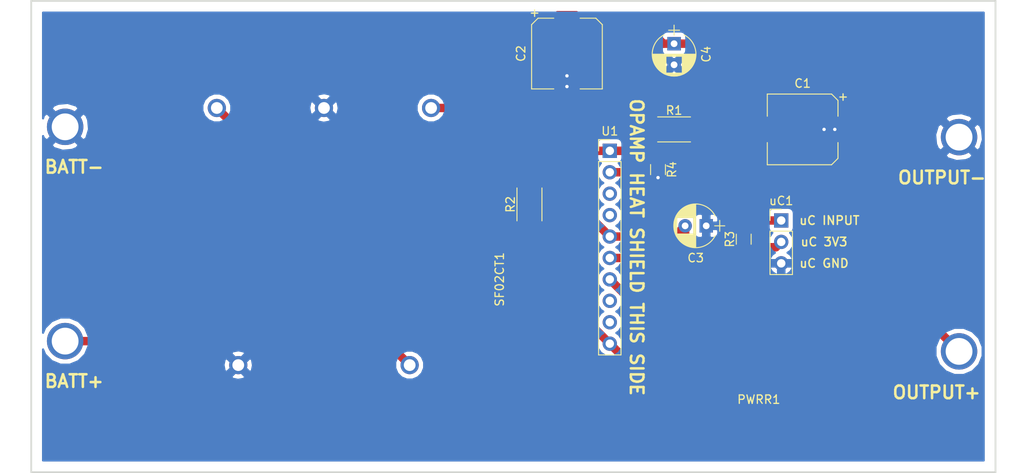
<source format=kicad_pcb>
(kicad_pcb (version 20171130) (host pcbnew "(5.0.0)")

  (general
    (thickness 1.6)
    (drawings 13)
    (tracks 65)
    (zones 0)
    (modules 14)
    (nets 15)
  )

  (page A4)
  (layers
    (0 F.Cu signal)
    (31 B.Cu signal)
    (32 B.Adhes user)
    (33 F.Adhes user)
    (34 B.Paste user)
    (35 F.Paste user)
    (36 B.SilkS user)
    (37 F.SilkS user)
    (38 B.Mask user)
    (39 F.Mask user)
    (40 Dwgs.User user)
    (41 Cmts.User user)
    (42 Eco1.User user)
    (43 Eco2.User user)
    (44 Edge.Cuts user)
    (45 Margin user)
    (46 B.CrtYd user)
    (47 F.CrtYd user)
    (48 B.Fab user)
    (49 F.Fab user)
  )

  (setup
    (last_trace_width 1)
    (user_trace_width 0.75)
    (user_trace_width 1)
    (trace_clearance 0.2)
    (zone_clearance 0.508)
    (zone_45_only no)
    (trace_min 0.2)
    (segment_width 0.2)
    (edge_width 0.15)
    (via_size 0.8)
    (via_drill 0.4)
    (via_min_size 0.4)
    (via_min_drill 0.3)
    (uvia_size 0.3)
    (uvia_drill 0.1)
    (uvias_allowed no)
    (uvia_min_size 0.2)
    (uvia_min_drill 0.1)
    (pcb_text_width 0.3)
    (pcb_text_size 1.5 1.5)
    (mod_edge_width 0.15)
    (mod_text_size 1 1)
    (mod_text_width 0.15)
    (pad_size 1.524 1.524)
    (pad_drill 0.762)
    (pad_to_mask_clearance 0.2)
    (aux_axis_origin 0 0)
    (visible_elements FFFFFF7F)
    (pcbplotparams
      (layerselection 0x010f0_ffffffff)
      (usegerberextensions false)
      (usegerberattributes true)
      (usegerberadvancedattributes false)
      (creategerberjobfile false)
      (excludeedgelayer true)
      (linewidth 0.100000)
      (plotframeref false)
      (viasonmask false)
      (mode 1)
      (useauxorigin false)
      (hpglpennumber 1)
      (hpglpenspeed 20)
      (hpglpendiameter 15.000000)
      (psnegative false)
      (psa4output false)
      (plotreference true)
      (plotvalue true)
      (plotinvisibletext false)
      (padsonsilk false)
      (subtractmaskfromsilk false)
      (outputformat 1)
      (mirror false)
      (drillshape 0)
      (scaleselection 1)
      (outputdirectory ""))
  )

  (net 0 "")
  (net 1 +IN)
  (net 2 GND)
  (net 3 -SUPPLY)
  (net 4 +SUPPLY)
  (net 5 OUT)
  (net 6 "Net-(PWRR1-Pad1)")
  (net 7 uC_IN)
  (net 8 "Net-(R1-Pad1)")
  (net 9 "Net-(R3-Pad2)")
  (net 10 uC_3V3)
  (net 11 "Net-(U1-Pad3)")
  (net 12 "Net-(U1-Pad4)")
  (net 13 "Net-(U1-Pad8)")
  (net 14 "Net-(U1-Pad9)")

  (net_class Default "This is the default net class."
    (clearance 0.2)
    (trace_width 0.25)
    (via_dia 0.8)
    (via_drill 0.4)
    (uvia_dia 0.3)
    (uvia_drill 0.1)
    (add_net +IN)
    (add_net +SUPPLY)
    (add_net -SUPPLY)
    (add_net GND)
    (add_net "Net-(PWRR1-Pad1)")
    (add_net "Net-(R1-Pad1)")
    (add_net "Net-(R3-Pad2)")
    (add_net "Net-(U1-Pad3)")
    (add_net "Net-(U1-Pad4)")
    (add_net "Net-(U1-Pad8)")
    (add_net "Net-(U1-Pad9)")
    (add_net OUT)
    (add_net uC_3V3)
    (add_net uC_IN)
  )

  (module SF02Lib:SF02 (layer F.Cu) (tedit 5C6E1BEC) (tstamp 5CD4BEA6)
    (at 143.9164 109.22 90)
    (path /5C6DF5BC)
    (fp_text reference SF02CT1 (at 0 0.5 90) (layer F.SilkS)
      (effects (font (size 1 1) (thickness 0.15)))
    )
    (fp_text value Conn_01x05_Female (at 0.0635 -0.9525 90) (layer F.Fab)
      (effects (font (size 1 1) (thickness 0.15)))
    )
    (pad 1 thru_hole circle (at -10.16 -10.16 90) (size 2.159 2.159) (drill 1.397) (layers *.Cu *.Mask)
      (net 1 +IN))
    (pad 2 thru_hole circle (at -10.16 -30.48 90) (size 2.159 2.159) (drill 1.397) (layers *.Cu *.Mask)
      (net 2 GND))
    (pad 3 thru_hole circle (at 20.32 -7.62 90) (size 2.159 2.159) (drill 1.397) (layers *.Cu *.Mask)
      (net 4 +SUPPLY))
    (pad 4 thru_hole circle (at 20.32 -33.02 90) (size 2.159 2.159) (drill 1.397) (layers *.Cu *.Mask)
      (net 3 -SUPPLY))
    (pad 5 thru_hole circle (at 20.32 -20.32 90) (size 2.159 2.159) (drill 1.397) (layers *.Cu *.Mask)
      (net 2 GND))
  )

  (module SF02Lib:2PINHV (layer F.Cu) (tedit 5C6E2A86) (tstamp 5CD4BD0B)
    (at 92.9132 121.6152)
    (path /5C6DF6F2)
    (fp_text reference BATTERY1 (at 0 0.5) (layer F.SilkS) hide
      (effects (font (size 1 1) (thickness 0.15)))
    )
    (fp_text value Conn_01x02_Female (at 0 -1.27) (layer F.Fab)
      (effects (font (size 1 1) (thickness 0.15)))
    )
    (pad 1 thru_hole circle (at 0 -5.08) (size 4.318 4.318) (drill 3.175) (layers *.Cu *.Mask)
      (net 1 +IN))
    (pad 2 thru_hole circle (at 0 -30.48) (size 4.318 4.318) (drill 3.175) (layers *.Cu *.Mask)
      (net 2 GND))
  )

  (module Capacitors_SMD:CP_Elec_8x6.5 (layer F.Cu) (tedit 58AA8B9D) (tstamp 5CD4BD27)
    (at 180.34 91.44 180)
    (descr "SMT capacitor, aluminium electrolytic, 8x6.5")
    (path /5C6E11A1)
    (attr smd)
    (fp_text reference C1 (at 0 5.45 180) (layer F.SilkS)
      (effects (font (size 1 1) (thickness 0.15)))
    )
    (fp_text value 10uF (at 0 -5.45 180) (layer F.Fab)
      (effects (font (size 1 1) (thickness 0.15)))
    )
    (fp_circle (center 0 0) (end 0.9 3.8) (layer F.Fab) (width 0.1))
    (fp_text user + (at -1.94 -0.06 180) (layer F.Fab)
      (effects (font (size 1 1) (thickness 0.15)))
    )
    (fp_text user + (at -4.79 3.91 180) (layer F.SilkS)
      (effects (font (size 1 1) (thickness 0.15)))
    )
    (fp_text user %R (at 0 5.45 180) (layer F.Fab)
      (effects (font (size 1 1) (thickness 0.15)))
    )
    (fp_line (start -4.19 -3.43) (end -4.19 -1.56) (layer F.SilkS) (width 0.12))
    (fp_line (start -4.19 3.43) (end -4.19 1.56) (layer F.SilkS) (width 0.12))
    (fp_line (start 4.19 4.19) (end 4.19 1.56) (layer F.SilkS) (width 0.12))
    (fp_line (start 4.19 -4.19) (end 4.19 -1.56) (layer F.SilkS) (width 0.12))
    (fp_line (start 4.04 4.04) (end 4.04 -4.04) (layer F.Fab) (width 0.1))
    (fp_line (start -3.37 4.04) (end 4.04 4.04) (layer F.Fab) (width 0.1))
    (fp_line (start -4.04 3.37) (end -3.37 4.04) (layer F.Fab) (width 0.1))
    (fp_line (start -4.04 -3.37) (end -4.04 3.37) (layer F.Fab) (width 0.1))
    (fp_line (start -3.37 -4.04) (end -4.04 -3.37) (layer F.Fab) (width 0.1))
    (fp_line (start 4.04 -4.04) (end -3.37 -4.04) (layer F.Fab) (width 0.1))
    (fp_line (start 4.19 4.19) (end -3.43 4.19) (layer F.SilkS) (width 0.12))
    (fp_line (start -3.43 4.19) (end -4.19 3.43) (layer F.SilkS) (width 0.12))
    (fp_line (start -4.19 -3.43) (end -3.43 -4.19) (layer F.SilkS) (width 0.12))
    (fp_line (start -3.43 -4.19) (end 4.19 -4.19) (layer F.SilkS) (width 0.12))
    (fp_line (start -5.3 -4.29) (end 5.3 -4.29) (layer F.CrtYd) (width 0.05))
    (fp_line (start -5.3 -4.29) (end -5.3 4.29) (layer F.CrtYd) (width 0.05))
    (fp_line (start 5.3 4.29) (end 5.3 -4.29) (layer F.CrtYd) (width 0.05))
    (fp_line (start 5.3 4.29) (end -5.3 4.29) (layer F.CrtYd) (width 0.05))
    (pad 1 smd rect (at -3.05 0) (size 4 2.5) (layers F.Cu F.Paste F.Mask)
      (net 2 GND))
    (pad 2 smd rect (at 3.05 0) (size 4 2.5) (layers F.Cu F.Paste F.Mask)
      (net 3 -SUPPLY))
    (model Capacitors_SMD.3dshapes/CP_Elec_8x6.5.wrl
      (at (xyz 0 0 0))
      (scale (xyz 1 1 1))
      (rotate (xyz 0 0 180))
    )
  )

  (module Capacitors_SMD:CP_Elec_8x6.5 (layer F.Cu) (tedit 58AA8B9D) (tstamp 5CD4BD43)
    (at 152.4 82.4484 270)
    (descr "SMT capacitor, aluminium electrolytic, 8x6.5")
    (path /5C6E110D)
    (attr smd)
    (fp_text reference C2 (at 0 5.45 270) (layer F.SilkS)
      (effects (font (size 1 1) (thickness 0.15)))
    )
    (fp_text value 10uF (at 0 -5.45 270) (layer F.Fab)
      (effects (font (size 1 1) (thickness 0.15)))
    )
    (fp_line (start 5.3 4.29) (end -5.3 4.29) (layer F.CrtYd) (width 0.05))
    (fp_line (start 5.3 4.29) (end 5.3 -4.29) (layer F.CrtYd) (width 0.05))
    (fp_line (start -5.3 -4.29) (end -5.3 4.29) (layer F.CrtYd) (width 0.05))
    (fp_line (start -5.3 -4.29) (end 5.3 -4.29) (layer F.CrtYd) (width 0.05))
    (fp_line (start -3.43 -4.19) (end 4.19 -4.19) (layer F.SilkS) (width 0.12))
    (fp_line (start -4.19 -3.43) (end -3.43 -4.19) (layer F.SilkS) (width 0.12))
    (fp_line (start -3.43 4.19) (end -4.19 3.43) (layer F.SilkS) (width 0.12))
    (fp_line (start 4.19 4.19) (end -3.43 4.19) (layer F.SilkS) (width 0.12))
    (fp_line (start 4.04 -4.04) (end -3.37 -4.04) (layer F.Fab) (width 0.1))
    (fp_line (start -3.37 -4.04) (end -4.04 -3.37) (layer F.Fab) (width 0.1))
    (fp_line (start -4.04 -3.37) (end -4.04 3.37) (layer F.Fab) (width 0.1))
    (fp_line (start -4.04 3.37) (end -3.37 4.04) (layer F.Fab) (width 0.1))
    (fp_line (start -3.37 4.04) (end 4.04 4.04) (layer F.Fab) (width 0.1))
    (fp_line (start 4.04 4.04) (end 4.04 -4.04) (layer F.Fab) (width 0.1))
    (fp_line (start 4.19 -4.19) (end 4.19 -1.56) (layer F.SilkS) (width 0.12))
    (fp_line (start 4.19 4.19) (end 4.19 1.56) (layer F.SilkS) (width 0.12))
    (fp_line (start -4.19 3.43) (end -4.19 1.56) (layer F.SilkS) (width 0.12))
    (fp_line (start -4.19 -3.43) (end -4.19 -1.56) (layer F.SilkS) (width 0.12))
    (fp_text user %R (at 0 5.45 270) (layer F.Fab)
      (effects (font (size 1 1) (thickness 0.15)))
    )
    (fp_text user + (at -4.79 3.91 270) (layer F.SilkS)
      (effects (font (size 1 1) (thickness 0.15)))
    )
    (fp_text user + (at -1.94 -0.06 270) (layer F.Fab)
      (effects (font (size 1 1) (thickness 0.15)))
    )
    (fp_circle (center 0 0) (end 0.9 3.8) (layer F.Fab) (width 0.1))
    (pad 2 smd rect (at 3.05 0 90) (size 4 2.5) (layers F.Cu F.Paste F.Mask)
      (net 2 GND))
    (pad 1 smd rect (at -3.05 0 90) (size 4 2.5) (layers F.Cu F.Paste F.Mask)
      (net 4 +SUPPLY))
    (model Capacitors_SMD.3dshapes/CP_Elec_8x6.5.wrl
      (at (xyz 0 0 0))
      (scale (xyz 1 1 1))
      (rotate (xyz 0 0 180))
    )
  )

  (module Capacitors_THT:CP_Radial_D5.0mm_P2.50mm (layer F.Cu) (tedit 597BC7C2) (tstamp 5CD4BDC8)
    (at 168.91 102.87 180)
    (descr "CP, Radial series, Radial, pin pitch=2.50mm, , diameter=5mm, Electrolytic Capacitor")
    (tags "CP Radial series Radial pin pitch 2.50mm  diameter 5mm Electrolytic Capacitor")
    (path /5C6E11D9)
    (fp_text reference C3 (at 1.25 -3.81 180) (layer F.SilkS)
      (effects (font (size 1 1) (thickness 0.15)))
    )
    (fp_text value 100nF (at 1.25 3.81 180) (layer F.Fab)
      (effects (font (size 1 1) (thickness 0.15)))
    )
    (fp_arc (start 1.25 0) (end -1.05558 -1.18) (angle 125.8) (layer F.SilkS) (width 0.12))
    (fp_arc (start 1.25 0) (end -1.05558 1.18) (angle -125.8) (layer F.SilkS) (width 0.12))
    (fp_arc (start 1.25 0) (end 3.55558 -1.18) (angle 54.2) (layer F.SilkS) (width 0.12))
    (fp_circle (center 1.25 0) (end 3.75 0) (layer F.Fab) (width 0.1))
    (fp_line (start -2.2 0) (end -1 0) (layer F.Fab) (width 0.1))
    (fp_line (start -1.6 -0.65) (end -1.6 0.65) (layer F.Fab) (width 0.1))
    (fp_line (start 1.25 -2.55) (end 1.25 2.55) (layer F.SilkS) (width 0.12))
    (fp_line (start 1.29 -2.55) (end 1.29 2.55) (layer F.SilkS) (width 0.12))
    (fp_line (start 1.33 -2.549) (end 1.33 2.549) (layer F.SilkS) (width 0.12))
    (fp_line (start 1.37 -2.548) (end 1.37 2.548) (layer F.SilkS) (width 0.12))
    (fp_line (start 1.41 -2.546) (end 1.41 2.546) (layer F.SilkS) (width 0.12))
    (fp_line (start 1.45 -2.543) (end 1.45 2.543) (layer F.SilkS) (width 0.12))
    (fp_line (start 1.49 -2.539) (end 1.49 2.539) (layer F.SilkS) (width 0.12))
    (fp_line (start 1.53 -2.535) (end 1.53 -0.98) (layer F.SilkS) (width 0.12))
    (fp_line (start 1.53 0.98) (end 1.53 2.535) (layer F.SilkS) (width 0.12))
    (fp_line (start 1.57 -2.531) (end 1.57 -0.98) (layer F.SilkS) (width 0.12))
    (fp_line (start 1.57 0.98) (end 1.57 2.531) (layer F.SilkS) (width 0.12))
    (fp_line (start 1.61 -2.525) (end 1.61 -0.98) (layer F.SilkS) (width 0.12))
    (fp_line (start 1.61 0.98) (end 1.61 2.525) (layer F.SilkS) (width 0.12))
    (fp_line (start 1.65 -2.519) (end 1.65 -0.98) (layer F.SilkS) (width 0.12))
    (fp_line (start 1.65 0.98) (end 1.65 2.519) (layer F.SilkS) (width 0.12))
    (fp_line (start 1.69 -2.513) (end 1.69 -0.98) (layer F.SilkS) (width 0.12))
    (fp_line (start 1.69 0.98) (end 1.69 2.513) (layer F.SilkS) (width 0.12))
    (fp_line (start 1.73 -2.506) (end 1.73 -0.98) (layer F.SilkS) (width 0.12))
    (fp_line (start 1.73 0.98) (end 1.73 2.506) (layer F.SilkS) (width 0.12))
    (fp_line (start 1.77 -2.498) (end 1.77 -0.98) (layer F.SilkS) (width 0.12))
    (fp_line (start 1.77 0.98) (end 1.77 2.498) (layer F.SilkS) (width 0.12))
    (fp_line (start 1.81 -2.489) (end 1.81 -0.98) (layer F.SilkS) (width 0.12))
    (fp_line (start 1.81 0.98) (end 1.81 2.489) (layer F.SilkS) (width 0.12))
    (fp_line (start 1.85 -2.48) (end 1.85 -0.98) (layer F.SilkS) (width 0.12))
    (fp_line (start 1.85 0.98) (end 1.85 2.48) (layer F.SilkS) (width 0.12))
    (fp_line (start 1.89 -2.47) (end 1.89 -0.98) (layer F.SilkS) (width 0.12))
    (fp_line (start 1.89 0.98) (end 1.89 2.47) (layer F.SilkS) (width 0.12))
    (fp_line (start 1.93 -2.46) (end 1.93 -0.98) (layer F.SilkS) (width 0.12))
    (fp_line (start 1.93 0.98) (end 1.93 2.46) (layer F.SilkS) (width 0.12))
    (fp_line (start 1.971 -2.448) (end 1.971 -0.98) (layer F.SilkS) (width 0.12))
    (fp_line (start 1.971 0.98) (end 1.971 2.448) (layer F.SilkS) (width 0.12))
    (fp_line (start 2.011 -2.436) (end 2.011 -0.98) (layer F.SilkS) (width 0.12))
    (fp_line (start 2.011 0.98) (end 2.011 2.436) (layer F.SilkS) (width 0.12))
    (fp_line (start 2.051 -2.424) (end 2.051 -0.98) (layer F.SilkS) (width 0.12))
    (fp_line (start 2.051 0.98) (end 2.051 2.424) (layer F.SilkS) (width 0.12))
    (fp_line (start 2.091 -2.41) (end 2.091 -0.98) (layer F.SilkS) (width 0.12))
    (fp_line (start 2.091 0.98) (end 2.091 2.41) (layer F.SilkS) (width 0.12))
    (fp_line (start 2.131 -2.396) (end 2.131 -0.98) (layer F.SilkS) (width 0.12))
    (fp_line (start 2.131 0.98) (end 2.131 2.396) (layer F.SilkS) (width 0.12))
    (fp_line (start 2.171 -2.382) (end 2.171 -0.98) (layer F.SilkS) (width 0.12))
    (fp_line (start 2.171 0.98) (end 2.171 2.382) (layer F.SilkS) (width 0.12))
    (fp_line (start 2.211 -2.366) (end 2.211 -0.98) (layer F.SilkS) (width 0.12))
    (fp_line (start 2.211 0.98) (end 2.211 2.366) (layer F.SilkS) (width 0.12))
    (fp_line (start 2.251 -2.35) (end 2.251 -0.98) (layer F.SilkS) (width 0.12))
    (fp_line (start 2.251 0.98) (end 2.251 2.35) (layer F.SilkS) (width 0.12))
    (fp_line (start 2.291 -2.333) (end 2.291 -0.98) (layer F.SilkS) (width 0.12))
    (fp_line (start 2.291 0.98) (end 2.291 2.333) (layer F.SilkS) (width 0.12))
    (fp_line (start 2.331 -2.315) (end 2.331 -0.98) (layer F.SilkS) (width 0.12))
    (fp_line (start 2.331 0.98) (end 2.331 2.315) (layer F.SilkS) (width 0.12))
    (fp_line (start 2.371 -2.296) (end 2.371 -0.98) (layer F.SilkS) (width 0.12))
    (fp_line (start 2.371 0.98) (end 2.371 2.296) (layer F.SilkS) (width 0.12))
    (fp_line (start 2.411 -2.276) (end 2.411 -0.98) (layer F.SilkS) (width 0.12))
    (fp_line (start 2.411 0.98) (end 2.411 2.276) (layer F.SilkS) (width 0.12))
    (fp_line (start 2.451 -2.256) (end 2.451 -0.98) (layer F.SilkS) (width 0.12))
    (fp_line (start 2.451 0.98) (end 2.451 2.256) (layer F.SilkS) (width 0.12))
    (fp_line (start 2.491 -2.234) (end 2.491 -0.98) (layer F.SilkS) (width 0.12))
    (fp_line (start 2.491 0.98) (end 2.491 2.234) (layer F.SilkS) (width 0.12))
    (fp_line (start 2.531 -2.212) (end 2.531 -0.98) (layer F.SilkS) (width 0.12))
    (fp_line (start 2.531 0.98) (end 2.531 2.212) (layer F.SilkS) (width 0.12))
    (fp_line (start 2.571 -2.189) (end 2.571 -0.98) (layer F.SilkS) (width 0.12))
    (fp_line (start 2.571 0.98) (end 2.571 2.189) (layer F.SilkS) (width 0.12))
    (fp_line (start 2.611 -2.165) (end 2.611 -0.98) (layer F.SilkS) (width 0.12))
    (fp_line (start 2.611 0.98) (end 2.611 2.165) (layer F.SilkS) (width 0.12))
    (fp_line (start 2.651 -2.14) (end 2.651 -0.98) (layer F.SilkS) (width 0.12))
    (fp_line (start 2.651 0.98) (end 2.651 2.14) (layer F.SilkS) (width 0.12))
    (fp_line (start 2.691 -2.113) (end 2.691 -0.98) (layer F.SilkS) (width 0.12))
    (fp_line (start 2.691 0.98) (end 2.691 2.113) (layer F.SilkS) (width 0.12))
    (fp_line (start 2.731 -2.086) (end 2.731 -0.98) (layer F.SilkS) (width 0.12))
    (fp_line (start 2.731 0.98) (end 2.731 2.086) (layer F.SilkS) (width 0.12))
    (fp_line (start 2.771 -2.058) (end 2.771 -0.98) (layer F.SilkS) (width 0.12))
    (fp_line (start 2.771 0.98) (end 2.771 2.058) (layer F.SilkS) (width 0.12))
    (fp_line (start 2.811 -2.028) (end 2.811 -0.98) (layer F.SilkS) (width 0.12))
    (fp_line (start 2.811 0.98) (end 2.811 2.028) (layer F.SilkS) (width 0.12))
    (fp_line (start 2.851 -1.997) (end 2.851 -0.98) (layer F.SilkS) (width 0.12))
    (fp_line (start 2.851 0.98) (end 2.851 1.997) (layer F.SilkS) (width 0.12))
    (fp_line (start 2.891 -1.965) (end 2.891 -0.98) (layer F.SilkS) (width 0.12))
    (fp_line (start 2.891 0.98) (end 2.891 1.965) (layer F.SilkS) (width 0.12))
    (fp_line (start 2.931 -1.932) (end 2.931 -0.98) (layer F.SilkS) (width 0.12))
    (fp_line (start 2.931 0.98) (end 2.931 1.932) (layer F.SilkS) (width 0.12))
    (fp_line (start 2.971 -1.897) (end 2.971 -0.98) (layer F.SilkS) (width 0.12))
    (fp_line (start 2.971 0.98) (end 2.971 1.897) (layer F.SilkS) (width 0.12))
    (fp_line (start 3.011 -1.861) (end 3.011 -0.98) (layer F.SilkS) (width 0.12))
    (fp_line (start 3.011 0.98) (end 3.011 1.861) (layer F.SilkS) (width 0.12))
    (fp_line (start 3.051 -1.823) (end 3.051 -0.98) (layer F.SilkS) (width 0.12))
    (fp_line (start 3.051 0.98) (end 3.051 1.823) (layer F.SilkS) (width 0.12))
    (fp_line (start 3.091 -1.783) (end 3.091 -0.98) (layer F.SilkS) (width 0.12))
    (fp_line (start 3.091 0.98) (end 3.091 1.783) (layer F.SilkS) (width 0.12))
    (fp_line (start 3.131 -1.742) (end 3.131 -0.98) (layer F.SilkS) (width 0.12))
    (fp_line (start 3.131 0.98) (end 3.131 1.742) (layer F.SilkS) (width 0.12))
    (fp_line (start 3.171 -1.699) (end 3.171 -0.98) (layer F.SilkS) (width 0.12))
    (fp_line (start 3.171 0.98) (end 3.171 1.699) (layer F.SilkS) (width 0.12))
    (fp_line (start 3.211 -1.654) (end 3.211 -0.98) (layer F.SilkS) (width 0.12))
    (fp_line (start 3.211 0.98) (end 3.211 1.654) (layer F.SilkS) (width 0.12))
    (fp_line (start 3.251 -1.606) (end 3.251 -0.98) (layer F.SilkS) (width 0.12))
    (fp_line (start 3.251 0.98) (end 3.251 1.606) (layer F.SilkS) (width 0.12))
    (fp_line (start 3.291 -1.556) (end 3.291 -0.98) (layer F.SilkS) (width 0.12))
    (fp_line (start 3.291 0.98) (end 3.291 1.556) (layer F.SilkS) (width 0.12))
    (fp_line (start 3.331 -1.504) (end 3.331 -0.98) (layer F.SilkS) (width 0.12))
    (fp_line (start 3.331 0.98) (end 3.331 1.504) (layer F.SilkS) (width 0.12))
    (fp_line (start 3.371 -1.448) (end 3.371 -0.98) (layer F.SilkS) (width 0.12))
    (fp_line (start 3.371 0.98) (end 3.371 1.448) (layer F.SilkS) (width 0.12))
    (fp_line (start 3.411 -1.39) (end 3.411 -0.98) (layer F.SilkS) (width 0.12))
    (fp_line (start 3.411 0.98) (end 3.411 1.39) (layer F.SilkS) (width 0.12))
    (fp_line (start 3.451 -1.327) (end 3.451 -0.98) (layer F.SilkS) (width 0.12))
    (fp_line (start 3.451 0.98) (end 3.451 1.327) (layer F.SilkS) (width 0.12))
    (fp_line (start 3.491 -1.261) (end 3.491 1.261) (layer F.SilkS) (width 0.12))
    (fp_line (start 3.531 -1.189) (end 3.531 1.189) (layer F.SilkS) (width 0.12))
    (fp_line (start 3.571 -1.112) (end 3.571 1.112) (layer F.SilkS) (width 0.12))
    (fp_line (start 3.611 -1.028) (end 3.611 1.028) (layer F.SilkS) (width 0.12))
    (fp_line (start 3.651 -0.934) (end 3.651 0.934) (layer F.SilkS) (width 0.12))
    (fp_line (start 3.691 -0.829) (end 3.691 0.829) (layer F.SilkS) (width 0.12))
    (fp_line (start 3.731 -0.707) (end 3.731 0.707) (layer F.SilkS) (width 0.12))
    (fp_line (start 3.771 -0.559) (end 3.771 0.559) (layer F.SilkS) (width 0.12))
    (fp_line (start 3.811 -0.354) (end 3.811 0.354) (layer F.SilkS) (width 0.12))
    (fp_line (start -2.2 0) (end -1 0) (layer F.SilkS) (width 0.12))
    (fp_line (start -1.6 -0.65) (end -1.6 0.65) (layer F.SilkS) (width 0.12))
    (fp_line (start -1.6 -2.85) (end -1.6 2.85) (layer F.CrtYd) (width 0.05))
    (fp_line (start -1.6 2.85) (end 4.1 2.85) (layer F.CrtYd) (width 0.05))
    (fp_line (start 4.1 2.85) (end 4.1 -2.85) (layer F.CrtYd) (width 0.05))
    (fp_line (start 4.1 -2.85) (end -1.6 -2.85) (layer F.CrtYd) (width 0.05))
    (fp_text user %R (at 1.25 0 180) (layer F.Fab)
      (effects (font (size 1 1) (thickness 0.15)))
    )
    (pad 1 thru_hole rect (at 0 0 180) (size 1.6 1.6) (drill 0.8) (layers *.Cu *.Mask)
      (net 2 GND))
    (pad 2 thru_hole circle (at 2.5 0 180) (size 1.6 1.6) (drill 0.8) (layers *.Cu *.Mask)
      (net 3 -SUPPLY))
    (model ${KISYS3DMOD}/Capacitors_THT.3dshapes/CP_Radial_D5.0mm_P2.50mm.wrl
      (at (xyz 0 0 0))
      (scale (xyz 1 1 1))
      (rotate (xyz 0 0 0))
    )
  )

  (module Capacitors_THT:CP_Radial_D5.0mm_P2.50mm (layer F.Cu) (tedit 597BC7C2) (tstamp 5CD4BE4D)
    (at 165.1 81.28 270)
    (descr "CP, Radial series, Radial, pin pitch=2.50mm, , diameter=5mm, Electrolytic Capacitor")
    (tags "CP Radial series Radial pin pitch 2.50mm  diameter 5mm Electrolytic Capacitor")
    (path /5C6E1177)
    (fp_text reference C4 (at 1.25 -3.81 270) (layer F.SilkS)
      (effects (font (size 1 1) (thickness 0.15)))
    )
    (fp_text value 100nF (at 1.25 3.81 270) (layer F.Fab)
      (effects (font (size 1 1) (thickness 0.15)))
    )
    (fp_text user %R (at 1.25 0 270) (layer F.Fab)
      (effects (font (size 1 1) (thickness 0.15)))
    )
    (fp_line (start 4.1 -2.85) (end -1.6 -2.85) (layer F.CrtYd) (width 0.05))
    (fp_line (start 4.1 2.85) (end 4.1 -2.85) (layer F.CrtYd) (width 0.05))
    (fp_line (start -1.6 2.85) (end 4.1 2.85) (layer F.CrtYd) (width 0.05))
    (fp_line (start -1.6 -2.85) (end -1.6 2.85) (layer F.CrtYd) (width 0.05))
    (fp_line (start -1.6 -0.65) (end -1.6 0.65) (layer F.SilkS) (width 0.12))
    (fp_line (start -2.2 0) (end -1 0) (layer F.SilkS) (width 0.12))
    (fp_line (start 3.811 -0.354) (end 3.811 0.354) (layer F.SilkS) (width 0.12))
    (fp_line (start 3.771 -0.559) (end 3.771 0.559) (layer F.SilkS) (width 0.12))
    (fp_line (start 3.731 -0.707) (end 3.731 0.707) (layer F.SilkS) (width 0.12))
    (fp_line (start 3.691 -0.829) (end 3.691 0.829) (layer F.SilkS) (width 0.12))
    (fp_line (start 3.651 -0.934) (end 3.651 0.934) (layer F.SilkS) (width 0.12))
    (fp_line (start 3.611 -1.028) (end 3.611 1.028) (layer F.SilkS) (width 0.12))
    (fp_line (start 3.571 -1.112) (end 3.571 1.112) (layer F.SilkS) (width 0.12))
    (fp_line (start 3.531 -1.189) (end 3.531 1.189) (layer F.SilkS) (width 0.12))
    (fp_line (start 3.491 -1.261) (end 3.491 1.261) (layer F.SilkS) (width 0.12))
    (fp_line (start 3.451 0.98) (end 3.451 1.327) (layer F.SilkS) (width 0.12))
    (fp_line (start 3.451 -1.327) (end 3.451 -0.98) (layer F.SilkS) (width 0.12))
    (fp_line (start 3.411 0.98) (end 3.411 1.39) (layer F.SilkS) (width 0.12))
    (fp_line (start 3.411 -1.39) (end 3.411 -0.98) (layer F.SilkS) (width 0.12))
    (fp_line (start 3.371 0.98) (end 3.371 1.448) (layer F.SilkS) (width 0.12))
    (fp_line (start 3.371 -1.448) (end 3.371 -0.98) (layer F.SilkS) (width 0.12))
    (fp_line (start 3.331 0.98) (end 3.331 1.504) (layer F.SilkS) (width 0.12))
    (fp_line (start 3.331 -1.504) (end 3.331 -0.98) (layer F.SilkS) (width 0.12))
    (fp_line (start 3.291 0.98) (end 3.291 1.556) (layer F.SilkS) (width 0.12))
    (fp_line (start 3.291 -1.556) (end 3.291 -0.98) (layer F.SilkS) (width 0.12))
    (fp_line (start 3.251 0.98) (end 3.251 1.606) (layer F.SilkS) (width 0.12))
    (fp_line (start 3.251 -1.606) (end 3.251 -0.98) (layer F.SilkS) (width 0.12))
    (fp_line (start 3.211 0.98) (end 3.211 1.654) (layer F.SilkS) (width 0.12))
    (fp_line (start 3.211 -1.654) (end 3.211 -0.98) (layer F.SilkS) (width 0.12))
    (fp_line (start 3.171 0.98) (end 3.171 1.699) (layer F.SilkS) (width 0.12))
    (fp_line (start 3.171 -1.699) (end 3.171 -0.98) (layer F.SilkS) (width 0.12))
    (fp_line (start 3.131 0.98) (end 3.131 1.742) (layer F.SilkS) (width 0.12))
    (fp_line (start 3.131 -1.742) (end 3.131 -0.98) (layer F.SilkS) (width 0.12))
    (fp_line (start 3.091 0.98) (end 3.091 1.783) (layer F.SilkS) (width 0.12))
    (fp_line (start 3.091 -1.783) (end 3.091 -0.98) (layer F.SilkS) (width 0.12))
    (fp_line (start 3.051 0.98) (end 3.051 1.823) (layer F.SilkS) (width 0.12))
    (fp_line (start 3.051 -1.823) (end 3.051 -0.98) (layer F.SilkS) (width 0.12))
    (fp_line (start 3.011 0.98) (end 3.011 1.861) (layer F.SilkS) (width 0.12))
    (fp_line (start 3.011 -1.861) (end 3.011 -0.98) (layer F.SilkS) (width 0.12))
    (fp_line (start 2.971 0.98) (end 2.971 1.897) (layer F.SilkS) (width 0.12))
    (fp_line (start 2.971 -1.897) (end 2.971 -0.98) (layer F.SilkS) (width 0.12))
    (fp_line (start 2.931 0.98) (end 2.931 1.932) (layer F.SilkS) (width 0.12))
    (fp_line (start 2.931 -1.932) (end 2.931 -0.98) (layer F.SilkS) (width 0.12))
    (fp_line (start 2.891 0.98) (end 2.891 1.965) (layer F.SilkS) (width 0.12))
    (fp_line (start 2.891 -1.965) (end 2.891 -0.98) (layer F.SilkS) (width 0.12))
    (fp_line (start 2.851 0.98) (end 2.851 1.997) (layer F.SilkS) (width 0.12))
    (fp_line (start 2.851 -1.997) (end 2.851 -0.98) (layer F.SilkS) (width 0.12))
    (fp_line (start 2.811 0.98) (end 2.811 2.028) (layer F.SilkS) (width 0.12))
    (fp_line (start 2.811 -2.028) (end 2.811 -0.98) (layer F.SilkS) (width 0.12))
    (fp_line (start 2.771 0.98) (end 2.771 2.058) (layer F.SilkS) (width 0.12))
    (fp_line (start 2.771 -2.058) (end 2.771 -0.98) (layer F.SilkS) (width 0.12))
    (fp_line (start 2.731 0.98) (end 2.731 2.086) (layer F.SilkS) (width 0.12))
    (fp_line (start 2.731 -2.086) (end 2.731 -0.98) (layer F.SilkS) (width 0.12))
    (fp_line (start 2.691 0.98) (end 2.691 2.113) (layer F.SilkS) (width 0.12))
    (fp_line (start 2.691 -2.113) (end 2.691 -0.98) (layer F.SilkS) (width 0.12))
    (fp_line (start 2.651 0.98) (end 2.651 2.14) (layer F.SilkS) (width 0.12))
    (fp_line (start 2.651 -2.14) (end 2.651 -0.98) (layer F.SilkS) (width 0.12))
    (fp_line (start 2.611 0.98) (end 2.611 2.165) (layer F.SilkS) (width 0.12))
    (fp_line (start 2.611 -2.165) (end 2.611 -0.98) (layer F.SilkS) (width 0.12))
    (fp_line (start 2.571 0.98) (end 2.571 2.189) (layer F.SilkS) (width 0.12))
    (fp_line (start 2.571 -2.189) (end 2.571 -0.98) (layer F.SilkS) (width 0.12))
    (fp_line (start 2.531 0.98) (end 2.531 2.212) (layer F.SilkS) (width 0.12))
    (fp_line (start 2.531 -2.212) (end 2.531 -0.98) (layer F.SilkS) (width 0.12))
    (fp_line (start 2.491 0.98) (end 2.491 2.234) (layer F.SilkS) (width 0.12))
    (fp_line (start 2.491 -2.234) (end 2.491 -0.98) (layer F.SilkS) (width 0.12))
    (fp_line (start 2.451 0.98) (end 2.451 2.256) (layer F.SilkS) (width 0.12))
    (fp_line (start 2.451 -2.256) (end 2.451 -0.98) (layer F.SilkS) (width 0.12))
    (fp_line (start 2.411 0.98) (end 2.411 2.276) (layer F.SilkS) (width 0.12))
    (fp_line (start 2.411 -2.276) (end 2.411 -0.98) (layer F.SilkS) (width 0.12))
    (fp_line (start 2.371 0.98) (end 2.371 2.296) (layer F.SilkS) (width 0.12))
    (fp_line (start 2.371 -2.296) (end 2.371 -0.98) (layer F.SilkS) (width 0.12))
    (fp_line (start 2.331 0.98) (end 2.331 2.315) (layer F.SilkS) (width 0.12))
    (fp_line (start 2.331 -2.315) (end 2.331 -0.98) (layer F.SilkS) (width 0.12))
    (fp_line (start 2.291 0.98) (end 2.291 2.333) (layer F.SilkS) (width 0.12))
    (fp_line (start 2.291 -2.333) (end 2.291 -0.98) (layer F.SilkS) (width 0.12))
    (fp_line (start 2.251 0.98) (end 2.251 2.35) (layer F.SilkS) (width 0.12))
    (fp_line (start 2.251 -2.35) (end 2.251 -0.98) (layer F.SilkS) (width 0.12))
    (fp_line (start 2.211 0.98) (end 2.211 2.366) (layer F.SilkS) (width 0.12))
    (fp_line (start 2.211 -2.366) (end 2.211 -0.98) (layer F.SilkS) (width 0.12))
    (fp_line (start 2.171 0.98) (end 2.171 2.382) (layer F.SilkS) (width 0.12))
    (fp_line (start 2.171 -2.382) (end 2.171 -0.98) (layer F.SilkS) (width 0.12))
    (fp_line (start 2.131 0.98) (end 2.131 2.396) (layer F.SilkS) (width 0.12))
    (fp_line (start 2.131 -2.396) (end 2.131 -0.98) (layer F.SilkS) (width 0.12))
    (fp_line (start 2.091 0.98) (end 2.091 2.41) (layer F.SilkS) (width 0.12))
    (fp_line (start 2.091 -2.41) (end 2.091 -0.98) (layer F.SilkS) (width 0.12))
    (fp_line (start 2.051 0.98) (end 2.051 2.424) (layer F.SilkS) (width 0.12))
    (fp_line (start 2.051 -2.424) (end 2.051 -0.98) (layer F.SilkS) (width 0.12))
    (fp_line (start 2.011 0.98) (end 2.011 2.436) (layer F.SilkS) (width 0.12))
    (fp_line (start 2.011 -2.436) (end 2.011 -0.98) (layer F.SilkS) (width 0.12))
    (fp_line (start 1.971 0.98) (end 1.971 2.448) (layer F.SilkS) (width 0.12))
    (fp_line (start 1.971 -2.448) (end 1.971 -0.98) (layer F.SilkS) (width 0.12))
    (fp_line (start 1.93 0.98) (end 1.93 2.46) (layer F.SilkS) (width 0.12))
    (fp_line (start 1.93 -2.46) (end 1.93 -0.98) (layer F.SilkS) (width 0.12))
    (fp_line (start 1.89 0.98) (end 1.89 2.47) (layer F.SilkS) (width 0.12))
    (fp_line (start 1.89 -2.47) (end 1.89 -0.98) (layer F.SilkS) (width 0.12))
    (fp_line (start 1.85 0.98) (end 1.85 2.48) (layer F.SilkS) (width 0.12))
    (fp_line (start 1.85 -2.48) (end 1.85 -0.98) (layer F.SilkS) (width 0.12))
    (fp_line (start 1.81 0.98) (end 1.81 2.489) (layer F.SilkS) (width 0.12))
    (fp_line (start 1.81 -2.489) (end 1.81 -0.98) (layer F.SilkS) (width 0.12))
    (fp_line (start 1.77 0.98) (end 1.77 2.498) (layer F.SilkS) (width 0.12))
    (fp_line (start 1.77 -2.498) (end 1.77 -0.98) (layer F.SilkS) (width 0.12))
    (fp_line (start 1.73 0.98) (end 1.73 2.506) (layer F.SilkS) (width 0.12))
    (fp_line (start 1.73 -2.506) (end 1.73 -0.98) (layer F.SilkS) (width 0.12))
    (fp_line (start 1.69 0.98) (end 1.69 2.513) (layer F.SilkS) (width 0.12))
    (fp_line (start 1.69 -2.513) (end 1.69 -0.98) (layer F.SilkS) (width 0.12))
    (fp_line (start 1.65 0.98) (end 1.65 2.519) (layer F.SilkS) (width 0.12))
    (fp_line (start 1.65 -2.519) (end 1.65 -0.98) (layer F.SilkS) (width 0.12))
    (fp_line (start 1.61 0.98) (end 1.61 2.525) (layer F.SilkS) (width 0.12))
    (fp_line (start 1.61 -2.525) (end 1.61 -0.98) (layer F.SilkS) (width 0.12))
    (fp_line (start 1.57 0.98) (end 1.57 2.531) (layer F.SilkS) (width 0.12))
    (fp_line (start 1.57 -2.531) (end 1.57 -0.98) (layer F.SilkS) (width 0.12))
    (fp_line (start 1.53 0.98) (end 1.53 2.535) (layer F.SilkS) (width 0.12))
    (fp_line (start 1.53 -2.535) (end 1.53 -0.98) (layer F.SilkS) (width 0.12))
    (fp_line (start 1.49 -2.539) (end 1.49 2.539) (layer F.SilkS) (width 0.12))
    (fp_line (start 1.45 -2.543) (end 1.45 2.543) (layer F.SilkS) (width 0.12))
    (fp_line (start 1.41 -2.546) (end 1.41 2.546) (layer F.SilkS) (width 0.12))
    (fp_line (start 1.37 -2.548) (end 1.37 2.548) (layer F.SilkS) (width 0.12))
    (fp_line (start 1.33 -2.549) (end 1.33 2.549) (layer F.SilkS) (width 0.12))
    (fp_line (start 1.29 -2.55) (end 1.29 2.55) (layer F.SilkS) (width 0.12))
    (fp_line (start 1.25 -2.55) (end 1.25 2.55) (layer F.SilkS) (width 0.12))
    (fp_line (start -1.6 -0.65) (end -1.6 0.65) (layer F.Fab) (width 0.1))
    (fp_line (start -2.2 0) (end -1 0) (layer F.Fab) (width 0.1))
    (fp_circle (center 1.25 0) (end 3.75 0) (layer F.Fab) (width 0.1))
    (fp_arc (start 1.25 0) (end 3.55558 -1.18) (angle 54.2) (layer F.SilkS) (width 0.12))
    (fp_arc (start 1.25 0) (end -1.05558 1.18) (angle -125.8) (layer F.SilkS) (width 0.12))
    (fp_arc (start 1.25 0) (end -1.05558 -1.18) (angle 125.8) (layer F.SilkS) (width 0.12))
    (pad 2 thru_hole circle (at 2.5 0 270) (size 1.6 1.6) (drill 0.8) (layers *.Cu *.Mask)
      (net 2 GND))
    (pad 1 thru_hole rect (at 0 0 270) (size 1.6 1.6) (drill 0.8) (layers *.Cu *.Mask)
      (net 4 +SUPPLY))
    (model ${KISYS3DMOD}/Capacitors_THT.3dshapes/CP_Radial_D5.0mm_P2.50mm.wrl
      (at (xyz 0 0 0))
      (scale (xyz 1 1 1))
      (rotate (xyz 0 0 0))
    )
  )

  (module SF02Lib:2PINHV (layer F.Cu) (tedit 5C6E2A50) (tstamp 5CD4BE53)
    (at 198.882 122.8344)
    (path /5C6E9FFE)
    (fp_text reference OUTPUT+ (at 0 0.5) (layer F.SilkS) hide
      (effects (font (size 1 1) (thickness 0.15)))
    )
    (fp_text value Conn_01x02_Female (at 0 -1.27) (layer F.Fab)
      (effects (font (size 1 1) (thickness 0.15)))
    )
    (pad 2 thru_hole circle (at 0 -30.48) (size 4.318 4.318) (drill 3.175) (layers *.Cu *.Mask)
      (net 2 GND))
    (pad 1 thru_hole circle (at 0 -5.08) (size 4.318 4.318) (drill 3.175) (layers *.Cu *.Mask)
      (net 5 OUT))
  )

  (module SF02Lib:PWRRES (layer F.Cu) (tedit 5C6E2151) (tstamp 5CD4BE59)
    (at 173.14 124.46)
    (path /5C6E0E7C)
    (fp_text reference PWRR1 (at 2 -1) (layer F.SilkS)
      (effects (font (size 1 1) (thickness 0.15)))
    )
    (fp_text value "3 OHM" (at 2 -2.5) (layer F.Fab)
      (effects (font (size 1 1) (thickness 0.15)))
    )
    (pad 1 smd roundrect (at -5.5 -8.89) (size 4.5 3.4) (layers F.Cu F.Paste F.Mask) (roundrect_rratio 0.25)
      (net 6 "Net-(PWRR1-Pad1)"))
    (pad 2 smd roundrect (at 10 -8.89) (size 4.5 3.4) (layers F.Cu F.Paste F.Mask) (roundrect_rratio 0.25)
      (net 5 OUT))
  )

  (module Resistors_SMD:R_2010 (layer F.Cu) (tedit 58E0A804) (tstamp 5CD4BE6A)
    (at 165.1 91.44)
    (descr "Resistor SMD 2010, reflow soldering, Vishay (see dcrcw.pdf)")
    (tags "resistor 2010")
    (path /5C6DFD1F)
    (attr smd)
    (fp_text reference R1 (at 0 -2.25) (layer F.SilkS)
      (effects (font (size 1 1) (thickness 0.15)))
    )
    (fp_text value 1k (at 0 2.4) (layer F.Fab)
      (effects (font (size 1 1) (thickness 0.15)))
    )
    (fp_line (start 3.2 1.5) (end -3.2 1.5) (layer F.CrtYd) (width 0.05))
    (fp_line (start 3.2 1.5) (end 3.2 -1.5) (layer F.CrtYd) (width 0.05))
    (fp_line (start -3.2 -1.5) (end -3.2 1.5) (layer F.CrtYd) (width 0.05))
    (fp_line (start -3.2 -1.5) (end 3.2 -1.5) (layer F.CrtYd) (width 0.05))
    (fp_line (start -1.95 -1.48) (end 1.95 -1.48) (layer F.SilkS) (width 0.12))
    (fp_line (start 1.95 1.48) (end -1.95 1.48) (layer F.SilkS) (width 0.12))
    (fp_line (start -2.5 -1.25) (end 2.5 -1.25) (layer F.Fab) (width 0.1))
    (fp_line (start 2.5 -1.25) (end 2.5 1.25) (layer F.Fab) (width 0.1))
    (fp_line (start 2.5 1.25) (end -2.5 1.25) (layer F.Fab) (width 0.1))
    (fp_line (start -2.5 1.25) (end -2.5 -1.25) (layer F.Fab) (width 0.1))
    (fp_text user %R (at 0 0) (layer F.Fab)
      (effects (font (size 1 1) (thickness 0.15)))
    )
    (pad 2 smd rect (at 2.45 0) (size 1 2.5) (layers F.Cu F.Paste F.Mask)
      (net 7 uC_IN))
    (pad 1 smd rect (at -2.45 0) (size 1 2.5) (layers F.Cu F.Paste F.Mask)
      (net 8 "Net-(R1-Pad1)"))
    (model ${KISYS3DMOD}/Resistors_SMD.3dshapes/R_2010.wrl
      (at (xyz 0 0 0))
      (scale (xyz 1 1 1))
      (rotate (xyz 0 0 0))
    )
  )

  (module Resistors_SMD:R_2010 (layer F.Cu) (tedit 58E0A804) (tstamp 5CD4D137)
    (at 147.955 100.33 90)
    (descr "Resistor SMD 2010, reflow soldering, Vishay (see dcrcw.pdf)")
    (tags "resistor 2010")
    (path /5C6E0230)
    (attr smd)
    (fp_text reference R2 (at 0 -2.25 90) (layer F.SilkS)
      (effects (font (size 1 1) (thickness 0.15)))
    )
    (fp_text value 48.5k (at 0 2.4 90) (layer F.Fab)
      (effects (font (size 1 1) (thickness 0.15)))
    )
    (fp_text user %R (at 0 0 90) (layer F.Fab)
      (effects (font (size 1 1) (thickness 0.15)))
    )
    (fp_line (start -2.5 1.25) (end -2.5 -1.25) (layer F.Fab) (width 0.1))
    (fp_line (start 2.5 1.25) (end -2.5 1.25) (layer F.Fab) (width 0.1))
    (fp_line (start 2.5 -1.25) (end 2.5 1.25) (layer F.Fab) (width 0.1))
    (fp_line (start -2.5 -1.25) (end 2.5 -1.25) (layer F.Fab) (width 0.1))
    (fp_line (start 1.95 1.48) (end -1.95 1.48) (layer F.SilkS) (width 0.12))
    (fp_line (start -1.95 -1.48) (end 1.95 -1.48) (layer F.SilkS) (width 0.12))
    (fp_line (start -3.2 -1.5) (end 3.2 -1.5) (layer F.CrtYd) (width 0.05))
    (fp_line (start -3.2 -1.5) (end -3.2 1.5) (layer F.CrtYd) (width 0.05))
    (fp_line (start 3.2 1.5) (end 3.2 -1.5) (layer F.CrtYd) (width 0.05))
    (fp_line (start 3.2 1.5) (end -3.2 1.5) (layer F.CrtYd) (width 0.05))
    (pad 1 smd rect (at -2.45 0 90) (size 1 2.5) (layers F.Cu F.Paste F.Mask)
      (net 5 OUT))
    (pad 2 smd rect (at 2.45 0 90) (size 1 2.5) (layers F.Cu F.Paste F.Mask)
      (net 8 "Net-(R1-Pad1)"))
    (model ${KISYS3DMOD}/Resistors_SMD.3dshapes/R_2010.wrl
      (at (xyz 0 0 0))
      (scale (xyz 1 1 1))
      (rotate (xyz 0 0 0))
    )
  )

  (module Resistors_SMD:R_0805 (layer F.Cu) (tedit 58E0A804) (tstamp 5CD4BE8C)
    (at 173.355 104.455 90)
    (descr "Resistor SMD 0805, reflow soldering, Vishay (see dcrcw.pdf)")
    (tags "resistor 0805")
    (path /5C6E61CC)
    (attr smd)
    (fp_text reference R3 (at 0 -1.65 90) (layer F.SilkS)
      (effects (font (size 1 1) (thickness 0.15)))
    )
    (fp_text value 1k (at 0 1.75 90) (layer F.Fab)
      (effects (font (size 1 1) (thickness 0.15)))
    )
    (fp_line (start 1.55 0.9) (end -1.55 0.9) (layer F.CrtYd) (width 0.05))
    (fp_line (start 1.55 0.9) (end 1.55 -0.9) (layer F.CrtYd) (width 0.05))
    (fp_line (start -1.55 -0.9) (end -1.55 0.9) (layer F.CrtYd) (width 0.05))
    (fp_line (start -1.55 -0.9) (end 1.55 -0.9) (layer F.CrtYd) (width 0.05))
    (fp_line (start -0.6 -0.88) (end 0.6 -0.88) (layer F.SilkS) (width 0.12))
    (fp_line (start 0.6 0.88) (end -0.6 0.88) (layer F.SilkS) (width 0.12))
    (fp_line (start -1 -0.62) (end 1 -0.62) (layer F.Fab) (width 0.1))
    (fp_line (start 1 -0.62) (end 1 0.62) (layer F.Fab) (width 0.1))
    (fp_line (start 1 0.62) (end -1 0.62) (layer F.Fab) (width 0.1))
    (fp_line (start -1 0.62) (end -1 -0.62) (layer F.Fab) (width 0.1))
    (fp_text user %R (at 0 0 90) (layer F.Fab)
      (effects (font (size 0.5 0.5) (thickness 0.075)))
    )
    (pad 2 smd rect (at 0.95 0 90) (size 0.7 1.3) (layers F.Cu F.Paste F.Mask)
      (net 9 "Net-(R3-Pad2)"))
    (pad 1 smd rect (at -0.95 0 90) (size 0.7 1.3) (layers F.Cu F.Paste F.Mask)
      (net 10 uC_3V3))
    (model ${KISYS3DMOD}/Resistors_SMD.3dshapes/R_0805.wrl
      (at (xyz 0 0 0))
      (scale (xyz 1 1 1))
      (rotate (xyz 0 0 0))
    )
  )

  (module Resistors_SMD:R_0805 (layer F.Cu) (tedit 58E0A804) (tstamp 5CD4BE9D)
    (at 163.195 96.205 270)
    (descr "Resistor SMD 0805, reflow soldering, Vishay (see dcrcw.pdf)")
    (tags "resistor 0805")
    (path /5C6E628E)
    (attr smd)
    (fp_text reference R4 (at 0 -1.65 270) (layer F.SilkS)
      (effects (font (size 1 1) (thickness 0.15)))
    )
    (fp_text value 1k (at 0 1.75 270) (layer F.Fab)
      (effects (font (size 1 1) (thickness 0.15)))
    )
    (fp_text user %R (at 0 0 270) (layer F.Fab)
      (effects (font (size 0.5 0.5) (thickness 0.075)))
    )
    (fp_line (start -1 0.62) (end -1 -0.62) (layer F.Fab) (width 0.1))
    (fp_line (start 1 0.62) (end -1 0.62) (layer F.Fab) (width 0.1))
    (fp_line (start 1 -0.62) (end 1 0.62) (layer F.Fab) (width 0.1))
    (fp_line (start -1 -0.62) (end 1 -0.62) (layer F.Fab) (width 0.1))
    (fp_line (start 0.6 0.88) (end -0.6 0.88) (layer F.SilkS) (width 0.12))
    (fp_line (start -0.6 -0.88) (end 0.6 -0.88) (layer F.SilkS) (width 0.12))
    (fp_line (start -1.55 -0.9) (end 1.55 -0.9) (layer F.CrtYd) (width 0.05))
    (fp_line (start -1.55 -0.9) (end -1.55 0.9) (layer F.CrtYd) (width 0.05))
    (fp_line (start 1.55 0.9) (end 1.55 -0.9) (layer F.CrtYd) (width 0.05))
    (fp_line (start 1.55 0.9) (end -1.55 0.9) (layer F.CrtYd) (width 0.05))
    (pad 1 smd rect (at -0.95 0 270) (size 0.7 1.3) (layers F.Cu F.Paste F.Mask)
      (net 9 "Net-(R3-Pad2)"))
    (pad 2 smd rect (at 0.95 0 270) (size 0.7 1.3) (layers F.Cu F.Paste F.Mask)
      (net 2 GND))
    (model ${KISYS3DMOD}/Resistors_SMD.3dshapes/R_0805.wrl
      (at (xyz 0 0 0))
      (scale (xyz 1 1 1))
      (rotate (xyz 0 0 0))
    )
  )

  (module Connector_PinHeader_2.54mm:PinHeader_1x10_P2.54mm_Vertical (layer F.Cu) (tedit 59FED5CC) (tstamp 5CD4BEC4)
    (at 157.48 93.98)
    (descr "Through hole straight pin header, 1x10, 2.54mm pitch, single row")
    (tags "Through hole pin header THT 1x10 2.54mm single row")
    (path /5C6DF954)
    (fp_text reference U1 (at 0 -2.33) (layer F.SilkS)
      (effects (font (size 1 1) (thickness 0.15)))
    )
    (fp_text value PA15FL (at 0 25.19) (layer F.Fab)
      (effects (font (size 1 1) (thickness 0.15)))
    )
    (fp_line (start -0.635 -1.27) (end 1.27 -1.27) (layer F.Fab) (width 0.1))
    (fp_line (start 1.27 -1.27) (end 1.27 24.13) (layer F.Fab) (width 0.1))
    (fp_line (start 1.27 24.13) (end -1.27 24.13) (layer F.Fab) (width 0.1))
    (fp_line (start -1.27 24.13) (end -1.27 -0.635) (layer F.Fab) (width 0.1))
    (fp_line (start -1.27 -0.635) (end -0.635 -1.27) (layer F.Fab) (width 0.1))
    (fp_line (start -1.33 24.19) (end 1.33 24.19) (layer F.SilkS) (width 0.12))
    (fp_line (start -1.33 1.27) (end -1.33 24.19) (layer F.SilkS) (width 0.12))
    (fp_line (start 1.33 1.27) (end 1.33 24.19) (layer F.SilkS) (width 0.12))
    (fp_line (start -1.33 1.27) (end 1.33 1.27) (layer F.SilkS) (width 0.12))
    (fp_line (start -1.33 0) (end -1.33 -1.33) (layer F.SilkS) (width 0.12))
    (fp_line (start -1.33 -1.33) (end 0 -1.33) (layer F.SilkS) (width 0.12))
    (fp_line (start -1.8 -1.8) (end -1.8 24.65) (layer F.CrtYd) (width 0.05))
    (fp_line (start -1.8 24.65) (end 1.8 24.65) (layer F.CrtYd) (width 0.05))
    (fp_line (start 1.8 24.65) (end 1.8 -1.8) (layer F.CrtYd) (width 0.05))
    (fp_line (start 1.8 -1.8) (end -1.8 -1.8) (layer F.CrtYd) (width 0.05))
    (fp_text user %R (at 0 11.43 90) (layer F.Fab)
      (effects (font (size 1 1) (thickness 0.15)))
    )
    (pad 1 thru_hole rect (at 0 0) (size 1.7 1.7) (drill 1) (layers *.Cu *.Mask)
      (net 8 "Net-(R1-Pad1)"))
    (pad 2 thru_hole oval (at 0 2.54) (size 1.7 1.7) (drill 1) (layers *.Cu *.Mask)
      (net 9 "Net-(R3-Pad2)"))
    (pad 3 thru_hole oval (at 0 5.08) (size 1.7 1.7) (drill 1) (layers *.Cu *.Mask)
      (net 11 "Net-(U1-Pad3)"))
    (pad 4 thru_hole oval (at 0 7.62) (size 1.7 1.7) (drill 1) (layers *.Cu *.Mask)
      (net 12 "Net-(U1-Pad4)"))
    (pad 5 thru_hole oval (at 0 10.16) (size 1.7 1.7) (drill 1) (layers *.Cu *.Mask)
      (net 3 -SUPPLY))
    (pad 6 thru_hole oval (at 0 12.7) (size 1.7 1.7) (drill 1) (layers *.Cu *.Mask)
      (net 4 +SUPPLY))
    (pad 7 thru_hole oval (at 0 15.24) (size 1.7 1.7) (drill 1) (layers *.Cu *.Mask)
      (net 6 "Net-(PWRR1-Pad1)"))
    (pad 8 thru_hole oval (at 0 17.78) (size 1.7 1.7) (drill 1) (layers *.Cu *.Mask)
      (net 13 "Net-(U1-Pad8)"))
    (pad 9 thru_hole oval (at 0 20.32) (size 1.7 1.7) (drill 1) (layers *.Cu *.Mask)
      (net 14 "Net-(U1-Pad9)"))
    (pad 10 thru_hole oval (at 0 22.86) (size 1.7 1.7) (drill 1) (layers *.Cu *.Mask)
      (net 5 OUT))
    (model ${KISYS3DMOD}/Connector_PinHeader_2.54mm.3dshapes/PinHeader_1x10_P2.54mm_Vertical.wrl
      (at (xyz 0 0 0))
      (scale (xyz 1 1 1))
      (rotate (xyz 0 0 0))
    )
  )

  (module Connector_PinHeader_2.54mm:PinHeader_1x03_P2.54mm_Vertical (layer F.Cu) (tedit 59FED5CC) (tstamp 5CD4D834)
    (at 177.8 102.235)
    (descr "Through hole straight pin header, 1x03, 2.54mm pitch, single row")
    (tags "Through hole pin header THT 1x03 2.54mm single row")
    (path /5C6E8938)
    (fp_text reference uC1 (at 0 -2.33) (layer F.SilkS)
      (effects (font (size 1 1) (thickness 0.15)))
    )
    (fp_text value Conn_01x03_Female (at 0 7.41) (layer F.Fab)
      (effects (font (size 1 1) (thickness 0.15)))
    )
    (fp_line (start -0.635 -1.27) (end 1.27 -1.27) (layer F.Fab) (width 0.1))
    (fp_line (start 1.27 -1.27) (end 1.27 6.35) (layer F.Fab) (width 0.1))
    (fp_line (start 1.27 6.35) (end -1.27 6.35) (layer F.Fab) (width 0.1))
    (fp_line (start -1.27 6.35) (end -1.27 -0.635) (layer F.Fab) (width 0.1))
    (fp_line (start -1.27 -0.635) (end -0.635 -1.27) (layer F.Fab) (width 0.1))
    (fp_line (start -1.33 6.41) (end 1.33 6.41) (layer F.SilkS) (width 0.12))
    (fp_line (start -1.33 1.27) (end -1.33 6.41) (layer F.SilkS) (width 0.12))
    (fp_line (start 1.33 1.27) (end 1.33 6.41) (layer F.SilkS) (width 0.12))
    (fp_line (start -1.33 1.27) (end 1.33 1.27) (layer F.SilkS) (width 0.12))
    (fp_line (start -1.33 0) (end -1.33 -1.33) (layer F.SilkS) (width 0.12))
    (fp_line (start -1.33 -1.33) (end 0 -1.33) (layer F.SilkS) (width 0.12))
    (fp_line (start -1.8 -1.8) (end -1.8 6.85) (layer F.CrtYd) (width 0.05))
    (fp_line (start -1.8 6.85) (end 1.8 6.85) (layer F.CrtYd) (width 0.05))
    (fp_line (start 1.8 6.85) (end 1.8 -1.8) (layer F.CrtYd) (width 0.05))
    (fp_line (start 1.8 -1.8) (end -1.8 -1.8) (layer F.CrtYd) (width 0.05))
    (fp_text user %R (at 0 2.54 90) (layer F.Fab)
      (effects (font (size 1 1) (thickness 0.15)))
    )
    (pad 1 thru_hole rect (at 0 0) (size 1.7 1.7) (drill 1) (layers *.Cu *.Mask)
      (net 7 uC_IN))
    (pad 2 thru_hole oval (at 0 2.54) (size 1.7 1.7) (drill 1) (layers *.Cu *.Mask)
      (net 10 uC_3V3))
    (pad 3 thru_hole oval (at 0 5.08) (size 1.7 1.7) (drill 1) (layers *.Cu *.Mask)
      (net 2 GND))
    (model ${KISYS3DMOD}/Connector_PinHeader_2.54mm.3dshapes/PinHeader_1x03_P2.54mm_Vertical.wrl
      (at (xyz 0 0 0))
      (scale (xyz 1 1 1))
      (rotate (xyz 0 0 0))
    )
  )

  (gr_text "OPAMP HEAT SHIELD THIS SIDE" (at 160.655 105.41 270) (layer F.SilkS)
    (effects (font (size 1.5 1.5) (thickness 0.3)))
  )
  (gr_text "uC GND" (at 182.88 107.315) (layer F.SilkS) (tstamp 5CD4D89D)
    (effects (font (size 1.016 1.016) (thickness 0.1778)))
  )
  (gr_text "uC 3V3" (at 182.88 104.775) (layer F.SilkS)
    (effects (font (size 1.016 1.016) (thickness 0.1778)))
  )
  (gr_text "uC INPUT" (at 183.515 102.235) (layer F.SilkS)
    (effects (font (size 1.016 1.016) (thickness 0.1778)))
  )
  (gr_text "BATT-\n" (at 93.98 95.885) (layer F.SilkS)
    (effects (font (size 1.5 1.5) (thickness 0.3)))
  )
  (gr_text "BATT+\n" (at 93.98 121.285) (layer F.SilkS)
    (effects (font (size 1.5 1.5) (thickness 0.3)))
  )
  (gr_text "OUTPUT+\n\n" (at 196.215 123.825) (layer F.SilkS)
    (effects (font (size 1.5 1.5) (thickness 0.3)))
  )
  (gr_text "OUTPUT-\n" (at 196.85 97.155) (layer F.SilkS)
    (effects (font (size 1.5 1.5) (thickness 0.3)))
  )
  (gr_line (start 88.9 132.08) (end 88.9 91.44) (layer Edge.Cuts) (width 0.2))
  (gr_line (start 203.2 132.08) (end 88.9 132.08) (layer Edge.Cuts) (width 0.2))
  (gr_line (start 203.2 76.2) (end 203.2 132.08) (layer Edge.Cuts) (width 0.2))
  (gr_line (start 88.9 76.2) (end 203.2 76.2) (layer Edge.Cuts) (width 0.2))
  (gr_line (start 88.9 91.44) (end 88.9 76.2) (layer Edge.Cuts) (width 0.2))

  (via (at 163.195 97.155) (size 0.8) (drill 0.4) (layers F.Cu B.Cu) (net 2))
  (via (at 152.4 86.36) (size 0.8) (drill 0.4) (layers F.Cu B.Cu) (net 2))
  (segment (start 130.9116 116.5352) (end 133.7564 119.38) (width 1) (layer F.Cu) (net 1))
  (segment (start 92.9132 116.5352) (end 130.9116 116.5352) (width 1) (layer F.Cu) (net 1))
  (via (at 152.4 85.09) (size 0.8) (drill 0.4) (layers F.Cu B.Cu) (net 2))
  (via (at 184.15 91.44) (size 0.8) (drill 0.4) (layers F.Cu B.Cu) (net 2))
  (via (at 182.88 91.44) (size 0.8) (drill 0.4) (layers F.Cu B.Cu) (net 2))
  (segment (start 157.48 104.14) (end 153.035 99.695) (width 1) (layer F.Cu) (net 3))
  (segment (start 165.14 104.14) (end 166.41 102.87) (width 1) (layer F.Cu) (net 3))
  (segment (start 157.48 104.14) (end 165.14 104.14) (width 1) (layer F.Cu) (net 3))
  (segment (start 121.6914 99.695) (end 110.8964 88.9) (width 1) (layer F.Cu) (net 3))
  (segment (start 153.035 99.695) (end 121.6914 99.695) (width 1) (layer F.Cu) (net 3))
  (segment (start 166.41 104.00137) (end 166.41 102.87) (width 1) (layer F.Cu) (net 3))
  (segment (start 177.29 91.44) (end 177.29 93.69) (width 1) (layer F.Cu) (net 3))
  (segment (start 177.29 93.69) (end 181.099002 97.499002) (width 1) (layer F.Cu) (net 3))
  (segment (start 181.099002 97.499002) (end 181.099002 109.095998) (width 1) (layer F.Cu) (net 3))
  (segment (start 181.099002 109.095998) (end 179.24863 110.94637) (width 1) (layer F.Cu) (net 3))
  (segment (start 179.24863 110.94637) (end 173.355 110.94637) (width 1) (layer F.Cu) (net 3))
  (segment (start 173.355 110.94637) (end 166.41 104.00137) (width 1) (layer F.Cu) (net 3))
  (segment (start 152.4 79.3984) (end 161.9484 79.3984) (width 1) (layer F.Cu) (net 4))
  (segment (start 161.9484 79.3984) (end 163.83 81.28) (width 1) (layer F.Cu) (net 4))
  (segment (start 163.83 81.28) (end 165.1 81.28) (width 1) (layer F.Cu) (net 4))
  (segment (start 152.4 80.1484) (end 152.4 79.3984) (width 1) (layer F.Cu) (net 4))
  (segment (start 143.6484 88.9) (end 152.4 80.1484) (width 1) (layer F.Cu) (net 4))
  (segment (start 136.2964 88.9) (end 143.6484 88.9) (width 1) (layer F.Cu) (net 4))
  (segment (start 180.34 88.265) (end 173.355 81.28) (width 1) (layer F.Cu) (net 4))
  (segment (start 165.735 106.68) (end 172.085 113.03) (width 1) (layer F.Cu) (net 4))
  (segment (start 180.34 93.345) (end 180.34 88.265) (width 1) (layer F.Cu) (net 4))
  (segment (start 157.48 106.68) (end 165.735 106.68) (width 1) (layer F.Cu) (net 4))
  (segment (start 172.085 113.03) (end 180.34 113.03) (width 1) (layer F.Cu) (net 4))
  (segment (start 173.355 81.28) (end 165.1 81.28) (width 1) (layer F.Cu) (net 4))
  (segment (start 183.515 109.855) (end 183.515 96.52) (width 1) (layer F.Cu) (net 4))
  (segment (start 180.34 113.03) (end 183.515 109.855) (width 1) (layer F.Cu) (net 4))
  (segment (start 183.515 96.52) (end 180.34 93.345) (width 1) (layer F.Cu) (net 4))
  (segment (start 196.6976 115.57) (end 198.882 117.7544) (width 1) (layer F.Cu) (net 5))
  (segment (start 183.14 115.57) (end 196.6976 115.57) (width 1) (layer F.Cu) (net 5))
  (segment (start 147.955 107.315) (end 157.48 116.84) (width 1) (layer F.Cu) (net 5))
  (segment (start 147.955 102.78) (end 147.955 107.315) (width 1) (layer F.Cu) (net 5))
  (segment (start 181.410281 117.299719) (end 183.14 115.57) (width 1) (layer F.Cu) (net 5))
  (segment (start 178.06 120.65) (end 181.410281 117.299719) (width 1) (layer F.Cu) (net 5))
  (segment (start 161.29 120.65) (end 178.06 120.65) (width 1) (layer F.Cu) (net 5))
  (segment (start 157.48 116.84) (end 161.29 120.65) (width 1) (layer F.Cu) (net 5))
  (segment (start 163.83 115.57) (end 157.48 109.22) (width 1) (layer F.Cu) (net 6))
  (segment (start 167.64 115.57) (end 163.83 115.57) (width 1) (layer F.Cu) (net 6))
  (segment (start 167.55 91.44) (end 167.55 92.19) (width 1) (layer F.Cu) (net 7))
  (segment (start 167.55 93.69) (end 167.55 91.44) (width 1) (layer F.Cu) (net 7))
  (segment (start 167.55 93.835) (end 167.55 93.69) (width 1) (layer F.Cu) (net 7))
  (segment (start 175.95 102.235) (end 167.55 93.835) (width 1) (layer F.Cu) (net 7))
  (segment (start 177.8 102.235) (end 175.95 102.235) (width 1) (layer F.Cu) (net 7))
  (segment (start 160.11 93.98) (end 162.65 91.44) (width 1) (layer F.Cu) (net 8))
  (segment (start 157.48 93.98) (end 160.11 93.98) (width 1) (layer F.Cu) (net 8))
  (segment (start 155.63 93.98) (end 157.48 93.98) (width 1) (layer F.Cu) (net 8))
  (segment (start 150.355 93.98) (end 155.63 93.98) (width 1) (layer F.Cu) (net 8))
  (segment (start 147.955 96.38) (end 150.355 93.98) (width 1) (layer F.Cu) (net 8))
  (segment (start 147.955 97.88) (end 147.955 96.38) (width 1) (layer F.Cu) (net 8))
  (segment (start 158.682081 96.52) (end 157.48 96.52) (width 1) (layer F.Cu) (net 9))
  (segment (start 160.28 96.52) (end 158.682081 96.52) (width 1) (layer F.Cu) (net 9))
  (segment (start 161.545 95.255) (end 160.28 96.52) (width 1) (layer F.Cu) (net 9))
  (segment (start 163.195 95.255) (end 161.545 95.255) (width 1) (layer F.Cu) (net 9))
  (segment (start 164.845 95.255) (end 163.195 95.255) (width 1) (layer F.Cu) (net 9))
  (segment (start 166.455 95.255) (end 164.845 95.255) (width 1) (layer F.Cu) (net 9))
  (segment (start 173.355 102.155) (end 166.455 95.255) (width 1) (layer F.Cu) (net 9))
  (segment (start 173.355 103.505) (end 173.355 102.155) (width 1) (layer F.Cu) (net 9))
  (segment (start 177.17 105.405) (end 177.8 104.775) (width 1) (layer F.Cu) (net 10))
  (segment (start 173.355 105.405) (end 177.17 105.405) (width 1) (layer F.Cu) (net 10))

  (zone (net 2) (net_name GND) (layer B.Cu) (tstamp 5CD5A542) (hatch edge 0.508)
    (connect_pads (clearance 0.508))
    (min_thickness 0.254)
    (fill yes (arc_segments 16) (thermal_gap 0.508) (thermal_bridge_width 1.016))
    (polygon
      (pts
        (xy 90.17 77.47) (xy 201.93 77.47) (xy 201.93 130.81) (xy 90.17 130.81)
      )
    )
    (filled_polygon
      (pts
        (xy 201.803 130.683) (xy 90.297 130.683) (xy 90.297 120.740471) (xy 112.614745 120.740471) (xy 112.741836 120.984181)
        (xy 113.408599 121.127868) (xy 114.079596 121.005457) (xy 114.130964 120.984181) (xy 114.258055 120.740471) (xy 113.4364 119.918815)
        (xy 112.614745 120.740471) (xy 90.297 120.740471) (xy 90.297 119.352199) (xy 111.688532 119.352199) (xy 111.810943 120.023196)
        (xy 111.832219 120.074564) (xy 112.075929 120.201655) (xy 112.897585 119.38) (xy 113.975215 119.38) (xy 114.796871 120.201655)
        (xy 115.040581 120.074564) (xy 115.184268 119.407801) (xy 115.116981 119.038965) (xy 132.0419 119.038965) (xy 132.0419 119.721035)
        (xy 132.302917 120.351186) (xy 132.785214 120.833483) (xy 133.415365 121.0945) (xy 134.097435 121.0945) (xy 134.727586 120.833483)
        (xy 135.209883 120.351186) (xy 135.4709 119.721035) (xy 135.4709 119.038965) (xy 135.209883 118.408814) (xy 134.727586 117.926517)
        (xy 134.097435 117.6655) (xy 133.415365 117.6655) (xy 132.785214 117.926517) (xy 132.302917 118.408814) (xy 132.0419 119.038965)
        (xy 115.116981 119.038965) (xy 115.061857 118.736804) (xy 115.040581 118.685436) (xy 114.796871 118.558345) (xy 113.975215 119.38)
        (xy 112.897585 119.38) (xy 112.075929 118.558345) (xy 111.832219 118.685436) (xy 111.688532 119.352199) (xy 90.297 119.352199)
        (xy 90.297 117.520208) (xy 90.544561 118.117874) (xy 91.330526 118.903839) (xy 92.357439 119.3292) (xy 93.468961 119.3292)
        (xy 94.495874 118.903839) (xy 95.281839 118.117874) (xy 95.322574 118.019529) (xy 112.614745 118.019529) (xy 113.4364 118.841185)
        (xy 114.258055 118.019529) (xy 114.130964 117.775819) (xy 113.464201 117.632132) (xy 112.793204 117.754543) (xy 112.741836 117.775819)
        (xy 112.614745 118.019529) (xy 95.322574 118.019529) (xy 95.7072 117.090961) (xy 95.7072 115.979439) (xy 95.281839 114.952526)
        (xy 94.495874 114.166561) (xy 93.468961 113.7412) (xy 92.357439 113.7412) (xy 91.330526 114.166561) (xy 90.544561 114.952526)
        (xy 90.297 115.550192) (xy 90.297 96.52) (xy 155.965908 96.52) (xy 156.081161 97.099418) (xy 156.409375 97.590625)
        (xy 156.707761 97.79) (xy 156.409375 97.989375) (xy 156.081161 98.480582) (xy 155.965908 99.06) (xy 156.081161 99.639418)
        (xy 156.409375 100.130625) (xy 156.707761 100.33) (xy 156.409375 100.529375) (xy 156.081161 101.020582) (xy 155.965908 101.6)
        (xy 156.081161 102.179418) (xy 156.409375 102.670625) (xy 156.707761 102.87) (xy 156.409375 103.069375) (xy 156.081161 103.560582)
        (xy 155.965908 104.14) (xy 156.081161 104.719418) (xy 156.409375 105.210625) (xy 156.707761 105.41) (xy 156.409375 105.609375)
        (xy 156.081161 106.100582) (xy 155.965908 106.68) (xy 156.081161 107.259418) (xy 156.409375 107.750625) (xy 156.707761 107.95)
        (xy 156.409375 108.149375) (xy 156.081161 108.640582) (xy 155.965908 109.22) (xy 156.081161 109.799418) (xy 156.409375 110.290625)
        (xy 156.707761 110.49) (xy 156.409375 110.689375) (xy 156.081161 111.180582) (xy 155.965908 111.76) (xy 156.081161 112.339418)
        (xy 156.409375 112.830625) (xy 156.707761 113.03) (xy 156.409375 113.229375) (xy 156.081161 113.720582) (xy 155.965908 114.3)
        (xy 156.081161 114.879418) (xy 156.409375 115.370625) (xy 156.707761 115.57) (xy 156.409375 115.769375) (xy 156.081161 116.260582)
        (xy 155.965908 116.84) (xy 156.081161 117.419418) (xy 156.409375 117.910625) (xy 156.900582 118.238839) (xy 157.333744 118.325)
        (xy 157.626256 118.325) (xy 158.059418 118.238839) (xy 158.550625 117.910625) (xy 158.878839 117.419418) (xy 158.922754 117.198639)
        (xy 196.088 117.198639) (xy 196.088 118.310161) (xy 196.513361 119.337074) (xy 197.299326 120.123039) (xy 198.326239 120.5484)
        (xy 199.437761 120.5484) (xy 200.464674 120.123039) (xy 201.250639 119.337074) (xy 201.676 118.310161) (xy 201.676 117.198639)
        (xy 201.250639 116.171726) (xy 200.464674 115.385761) (xy 199.437761 114.9604) (xy 198.326239 114.9604) (xy 197.299326 115.385761)
        (xy 196.513361 116.171726) (xy 196.088 117.198639) (xy 158.922754 117.198639) (xy 158.994092 116.84) (xy 158.878839 116.260582)
        (xy 158.550625 115.769375) (xy 158.252239 115.57) (xy 158.550625 115.370625) (xy 158.878839 114.879418) (xy 158.994092 114.3)
        (xy 158.878839 113.720582) (xy 158.550625 113.229375) (xy 158.252239 113.03) (xy 158.550625 112.830625) (xy 158.878839 112.339418)
        (xy 158.994092 111.76) (xy 158.878839 111.180582) (xy 158.550625 110.689375) (xy 158.252239 110.49) (xy 158.550625 110.290625)
        (xy 158.878839 109.799418) (xy 158.994092 109.22) (xy 158.878839 108.640582) (xy 158.550625 108.149375) (xy 158.252239 107.95)
        (xy 158.303366 107.915838) (xy 176.44198 107.915838) (xy 176.725191 108.339741) (xy 177.199157 108.673049) (xy 177.419 108.591572)
        (xy 177.419 107.696) (xy 178.181 107.696) (xy 178.181 108.591572) (xy 178.400843 108.673049) (xy 178.874809 108.339741)
        (xy 179.15802 107.915838) (xy 179.070346 107.696) (xy 178.181 107.696) (xy 177.419 107.696) (xy 176.529654 107.696)
        (xy 176.44198 107.915838) (xy 158.303366 107.915838) (xy 158.550625 107.750625) (xy 158.878839 107.259418) (xy 158.994092 106.68)
        (xy 158.878839 106.100582) (xy 158.550625 105.609375) (xy 158.252239 105.41) (xy 158.550625 105.210625) (xy 158.8417 104.775)
        (xy 176.285908 104.775) (xy 176.401161 105.354418) (xy 176.729375 105.845625) (xy 177.051446 106.060826) (xy 176.725191 106.290259)
        (xy 176.44198 106.714162) (xy 176.529654 106.934) (xy 177.419 106.934) (xy 177.419 106.914) (xy 178.181 106.914)
        (xy 178.181 106.934) (xy 179.070346 106.934) (xy 179.15802 106.714162) (xy 178.874809 106.290259) (xy 178.548554 106.060826)
        (xy 178.870625 105.845625) (xy 179.198839 105.354418) (xy 179.314092 104.775) (xy 179.198839 104.195582) (xy 178.870625 103.704375)
        (xy 178.852381 103.692184) (xy 178.897765 103.683157) (xy 179.107809 103.542809) (xy 179.248157 103.332765) (xy 179.29744 103.085)
        (xy 179.29744 101.385) (xy 179.248157 101.137235) (xy 179.107809 100.927191) (xy 178.897765 100.786843) (xy 178.65 100.73756)
        (xy 176.95 100.73756) (xy 176.702235 100.786843) (xy 176.492191 100.927191) (xy 176.351843 101.137235) (xy 176.30256 101.385)
        (xy 176.30256 103.085) (xy 176.351843 103.332765) (xy 176.492191 103.542809) (xy 176.702235 103.683157) (xy 176.747619 103.692184)
        (xy 176.729375 103.704375) (xy 176.401161 104.195582) (xy 176.285908 104.775) (xy 158.8417 104.775) (xy 158.878839 104.719418)
        (xy 158.994092 104.14) (xy 158.878839 103.560582) (xy 158.550625 103.069375) (xy 158.252239 102.87) (xy 158.550625 102.670625)
        (xy 158.608131 102.584561) (xy 164.975 102.584561) (xy 164.975 103.155439) (xy 165.193466 103.682862) (xy 165.597138 104.086534)
        (xy 166.124561 104.305) (xy 166.695439 104.305) (xy 167.222862 104.086534) (xy 167.486155 103.823241) (xy 167.571673 104.029699)
        (xy 167.750302 104.208327) (xy 167.983691 104.305) (xy 168.37025 104.305) (xy 168.529 104.14625) (xy 168.529 103.251)
        (xy 169.291 103.251) (xy 169.291 104.14625) (xy 169.44975 104.305) (xy 169.836309 104.305) (xy 170.069698 104.208327)
        (xy 170.248327 104.029699) (xy 170.345 103.79631) (xy 170.345 103.40975) (xy 170.18625 103.251) (xy 169.291 103.251)
        (xy 168.529 103.251) (xy 168.509 103.251) (xy 168.509 102.489) (xy 168.529 102.489) (xy 168.529 101.59375)
        (xy 169.291 101.59375) (xy 169.291 102.489) (xy 170.18625 102.489) (xy 170.345 102.33025) (xy 170.345 101.94369)
        (xy 170.248327 101.710301) (xy 170.069698 101.531673) (xy 169.836309 101.435) (xy 169.44975 101.435) (xy 169.291 101.59375)
        (xy 168.529 101.59375) (xy 168.37025 101.435) (xy 167.983691 101.435) (xy 167.750302 101.531673) (xy 167.571673 101.710301)
        (xy 167.486155 101.916759) (xy 167.222862 101.653466) (xy 166.695439 101.435) (xy 166.124561 101.435) (xy 165.597138 101.653466)
        (xy 165.193466 102.057138) (xy 164.975 102.584561) (xy 158.608131 102.584561) (xy 158.878839 102.179418) (xy 158.994092 101.6)
        (xy 158.878839 101.020582) (xy 158.550625 100.529375) (xy 158.252239 100.33) (xy 158.550625 100.130625) (xy 158.878839 99.639418)
        (xy 158.994092 99.06) (xy 158.878839 98.480582) (xy 158.550625 97.989375) (xy 158.252239 97.79) (xy 158.550625 97.590625)
        (xy 158.878839 97.099418) (xy 158.994092 96.52) (xy 158.878839 95.940582) (xy 158.550625 95.449375) (xy 158.532381 95.437184)
        (xy 158.577765 95.428157) (xy 158.787809 95.287809) (xy 158.928157 95.077765) (xy 158.97744 94.83) (xy 158.97744 94.506741)
        (xy 197.268474 94.506741) (xy 197.530832 94.862318) (xy 198.593423 95.188484) (xy 199.699946 95.083186) (xy 200.233168 94.862318)
        (xy 200.495526 94.506741) (xy 198.882 92.893215) (xy 197.268474 94.506741) (xy 158.97744 94.506741) (xy 158.97744 93.13)
        (xy 158.928157 92.882235) (xy 158.787809 92.672191) (xy 158.577765 92.531843) (xy 158.33 92.48256) (xy 156.63 92.48256)
        (xy 156.382235 92.531843) (xy 156.172191 92.672191) (xy 156.031843 92.882235) (xy 155.98256 93.13) (xy 155.98256 94.83)
        (xy 156.031843 95.077765) (xy 156.172191 95.287809) (xy 156.382235 95.428157) (xy 156.427619 95.437184) (xy 156.409375 95.449375)
        (xy 156.081161 95.940582) (xy 155.965908 96.52) (xy 90.297 96.52) (xy 90.297 93.287541) (xy 91.299674 93.287541)
        (xy 91.562032 93.643118) (xy 92.624623 93.969284) (xy 93.731146 93.863986) (xy 94.264368 93.643118) (xy 94.526726 93.287541)
        (xy 92.9132 91.674015) (xy 91.299674 93.287541) (xy 90.297 93.287541) (xy 90.297 92.224952) (xy 90.405282 92.486368)
        (xy 90.760859 92.748726) (xy 92.374385 91.1352) (xy 93.452015 91.1352) (xy 95.065541 92.748726) (xy 95.421118 92.486368)
        (xy 95.550205 92.065823) (xy 196.047916 92.065823) (xy 196.153214 93.172346) (xy 196.374082 93.705568) (xy 196.729659 93.967926)
        (xy 198.343185 92.3544) (xy 199.420815 92.3544) (xy 201.034341 93.967926) (xy 201.389918 93.705568) (xy 201.716084 92.642977)
        (xy 201.610786 91.536454) (xy 201.389918 91.003232) (xy 201.034341 90.740874) (xy 199.420815 92.3544) (xy 198.343185 92.3544)
        (xy 196.729659 90.740874) (xy 196.374082 91.003232) (xy 196.047916 92.065823) (xy 95.550205 92.065823) (xy 95.747284 91.423777)
        (xy 95.641986 90.317254) (xy 95.421118 89.784032) (xy 95.065541 89.521674) (xy 93.452015 91.1352) (xy 92.374385 91.1352)
        (xy 90.760859 89.521674) (xy 90.405282 89.784032) (xy 90.297 90.136796) (xy 90.297 88.982859) (xy 91.299674 88.982859)
        (xy 92.9132 90.596385) (xy 94.526726 88.982859) (xy 94.264368 88.627282) (xy 94.041804 88.558965) (xy 109.1819 88.558965)
        (xy 109.1819 89.241035) (xy 109.442917 89.871186) (xy 109.925214 90.353483) (xy 110.555365 90.6145) (xy 111.237435 90.6145)
        (xy 111.867586 90.353483) (xy 111.960598 90.260471) (xy 122.774745 90.260471) (xy 122.901836 90.504181) (xy 123.568599 90.647868)
        (xy 124.239596 90.525457) (xy 124.290964 90.504181) (xy 124.418055 90.260471) (xy 123.5964 89.438815) (xy 122.774745 90.260471)
        (xy 111.960598 90.260471) (xy 112.349883 89.871186) (xy 112.6109 89.241035) (xy 112.6109 88.872199) (xy 121.848532 88.872199)
        (xy 121.970943 89.543196) (xy 121.992219 89.594564) (xy 122.235929 89.721655) (xy 123.057585 88.9) (xy 124.135215 88.9)
        (xy 124.956871 89.721655) (xy 125.200581 89.594564) (xy 125.344268 88.927801) (xy 125.276981 88.558965) (xy 134.5819 88.558965)
        (xy 134.5819 89.241035) (xy 134.842917 89.871186) (xy 135.325214 90.353483) (xy 135.955365 90.6145) (xy 136.637435 90.6145)
        (xy 137.267586 90.353483) (xy 137.41901 90.202059) (xy 197.268474 90.202059) (xy 198.882 91.815585) (xy 200.495526 90.202059)
        (xy 200.233168 89.846482) (xy 199.170577 89.520316) (xy 198.064054 89.625614) (xy 197.530832 89.846482) (xy 197.268474 90.202059)
        (xy 137.41901 90.202059) (xy 137.749883 89.871186) (xy 138.0109 89.241035) (xy 138.0109 88.558965) (xy 137.749883 87.928814)
        (xy 137.267586 87.446517) (xy 136.637435 87.1855) (xy 135.955365 87.1855) (xy 135.325214 87.446517) (xy 134.842917 87.928814)
        (xy 134.5819 88.558965) (xy 125.276981 88.558965) (xy 125.221857 88.256804) (xy 125.200581 88.205436) (xy 124.956871 88.078345)
        (xy 124.135215 88.9) (xy 123.057585 88.9) (xy 122.235929 88.078345) (xy 121.992219 88.205436) (xy 121.848532 88.872199)
        (xy 112.6109 88.872199) (xy 112.6109 88.558965) (xy 112.349883 87.928814) (xy 111.960598 87.539529) (xy 122.774745 87.539529)
        (xy 123.5964 88.361185) (xy 124.418055 87.539529) (xy 124.290964 87.295819) (xy 123.624201 87.152132) (xy 122.953204 87.274543)
        (xy 122.901836 87.295819) (xy 122.774745 87.539529) (xy 111.960598 87.539529) (xy 111.867586 87.446517) (xy 111.237435 87.1855)
        (xy 110.555365 87.1855) (xy 109.925214 87.446517) (xy 109.442917 87.928814) (xy 109.1819 88.558965) (xy 94.041804 88.558965)
        (xy 93.201777 88.301116) (xy 92.095254 88.406414) (xy 91.562032 88.627282) (xy 91.299674 88.982859) (xy 90.297 88.982859)
        (xy 90.297 84.931508) (xy 164.487308 84.931508) (xy 164.577909 85.146792) (xy 165.1407 85.242547) (xy 165.622091 85.146792)
        (xy 165.712692 84.931508) (xy 165.1 84.318815) (xy 164.487308 84.931508) (xy 90.297 84.931508) (xy 90.297 83.8207)
        (xy 163.637453 83.8207) (xy 163.733208 84.302091) (xy 163.948492 84.392692) (xy 164.561185 83.78) (xy 165.638815 83.78)
        (xy 166.251508 84.392692) (xy 166.466792 84.302091) (xy 166.562547 83.7393) (xy 166.466792 83.257909) (xy 166.251508 83.167308)
        (xy 165.638815 83.78) (xy 164.561185 83.78) (xy 163.948492 83.167308) (xy 163.733208 83.257909) (xy 163.637453 83.8207)
        (xy 90.297 83.8207) (xy 90.297 80.48) (xy 163.65256 80.48) (xy 163.65256 82.08) (xy 163.701843 82.327765)
        (xy 163.842191 82.537809) (xy 164.052235 82.678157) (xy 164.3 82.72744) (xy 164.586256 82.72744) (xy 165.1 83.241185)
        (xy 165.613744 82.72744) (xy 165.9 82.72744) (xy 166.147765 82.678157) (xy 166.357809 82.537809) (xy 166.498157 82.327765)
        (xy 166.54744 82.08) (xy 166.54744 80.48) (xy 166.498157 80.232235) (xy 166.357809 80.022191) (xy 166.147765 79.881843)
        (xy 165.9 79.83256) (xy 164.3 79.83256) (xy 164.052235 79.881843) (xy 163.842191 80.022191) (xy 163.701843 80.232235)
        (xy 163.65256 80.48) (xy 90.297 80.48) (xy 90.297 77.597) (xy 201.803 77.597)
      )
    )
  )
)

</source>
